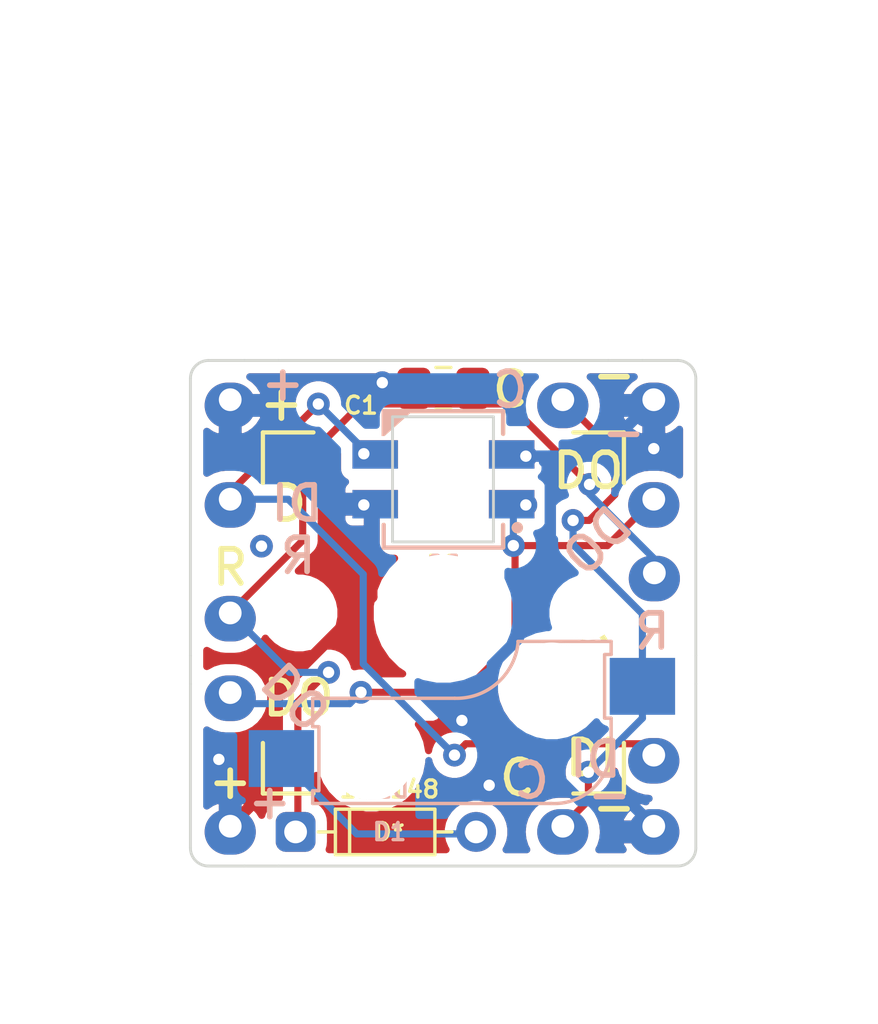
<source format=kicad_pcb>
(kicad_pcb (version 20171130) (host pcbnew 5.1.7-a382d34a8~87~ubuntu20.04.1)

  (general
    (thickness 1.6)
    (drawings 67)
    (tracks 95)
    (zones 0)
    (modules 16)
    (nets 8)
  )

  (page A4)
  (title_block
    (title "Altana Key")
    (date 2020-09-29)
    (rev 0.1)
  )

  (layers
    (0 F.Cu signal)
    (31 B.Cu signal)
    (32 B.Adhes user)
    (33 F.Adhes user)
    (34 B.Paste user)
    (35 F.Paste user)
    (36 B.SilkS user)
    (37 F.SilkS user)
    (38 B.Mask user)
    (39 F.Mask user)
    (40 Dwgs.User user)
    (41 Cmts.User user)
    (42 Eco1.User user)
    (43 Eco2.User user)
    (44 Edge.Cuts user)
    (45 Margin user)
    (46 B.CrtYd user)
    (47 F.CrtYd user)
    (48 B.Fab user)
    (49 F.Fab user)
  )

  (setup
    (last_trace_width 0.25)
    (trace_clearance 0.2)
    (zone_clearance 0.4)
    (zone_45_only no)
    (trace_min 0.2)
    (via_size 0.8)
    (via_drill 0.4)
    (via_min_size 0.4)
    (via_min_drill 0.3)
    (uvia_size 0.3)
    (uvia_drill 0.1)
    (uvias_allowed no)
    (uvia_min_size 0.2)
    (uvia_min_drill 0.1)
    (edge_width 0.15)
    (segment_width 0.2)
    (pcb_text_width 0.3)
    (pcb_text_size 1.5 1.5)
    (mod_edge_width 0.15)
    (mod_text_size 1 1)
    (mod_text_width 0.15)
    (pad_size 1.8 1.8)
    (pad_drill 0.8)
    (pad_to_mask_clearance 0.051)
    (solder_mask_min_width 0.25)
    (aux_axis_origin 149.362 137.357)
    (grid_origin 149.362 137.357)
    (visible_elements FFFDF77F)
    (pcbplotparams
      (layerselection 0x010f0_ffffffff)
      (usegerberextensions true)
      (usegerberattributes false)
      (usegerberadvancedattributes false)
      (creategerberjobfile false)
      (excludeedgelayer true)
      (linewidth 0.265000)
      (plotframeref false)
      (viasonmask false)
      (mode 1)
      (useauxorigin false)
      (hpglpennumber 1)
      (hpglpenspeed 20)
      (hpglpendiameter 15.000000)
      (psnegative false)
      (psa4output false)
      (plotreference true)
      (plotvalue true)
      (plotinvisibletext false)
      (padsonsilk false)
      (subtractmaskfromsilk false)
      (outputformat 1)
      (mirror false)
      (drillshape 0)
      (scaleselection 1)
      (outputdirectory "garbar/"))
  )

  (net 0 "")
  (net 1 "Net-(D1-Pad2)")
  (net 2 GND)
  (net 3 VCC)
  (net 4 /key/COL_N)
  (net 5 /key/ROW_N)
  (net 6 /key/LED_DI)
  (net 7 /key/LED_DO)

  (net_class Default "これはデフォルトのネット クラスです。"
    (clearance 0.2)
    (trace_width 0.25)
    (via_dia 0.8)
    (via_drill 0.4)
    (uvia_dia 0.3)
    (uvia_drill 0.1)
    (add_net /key/COL_N)
    (add_net /key/LED_DI)
    (add_net /key/LED_DO)
    (add_net /key/ROW_N)
    (add_net "Net-(D1-Pad2)")
  )

  (net_class PWR ""
    (clearance 0.2)
    (trace_width 0.4)
    (via_dia 0.8)
    (via_drill 0.4)
    (uvia_dia 0.3)
    (uvia_drill 0.1)
    (add_net GND)
    (add_net VCC)
  )

  (module Capacitor_SMD:C_0805_2012Metric_Pad1.18x1.45mm_HandSolder (layer F.Cu) (tedit 5F68FEEF) (tstamp 5F73A765)
    (at 158.262 120.557)
    (descr "Capacitor SMD 0805 (2012 Metric), square (rectangular) end terminal, IPC_7351 nominal with elongated pad for handsoldering. (Body size source: IPC-SM-782 page 76, https://www.pcb-3d.com/wordpress/wp-content/uploads/ipc-sm-782a_amendment_1_and_2.pdf, https://docs.google.com/spreadsheets/d/1BsfQQcO9C6DZCsRaXUlFlo91Tg2WpOkGARC1WS5S8t0/edit?usp=sharing), generated with kicad-footprint-generator")
    (tags "capacitor handsolder")
    (path /5F6CE726/5F734A9A)
    (attr smd)
    (fp_text reference C1 (at -2.9 0.6) (layer F.SilkS)
      (effects (font (size 0.6 0.6) (thickness 0.12)))
    )
    (fp_text value C_Small (at 0 1.68) (layer F.Fab)
      (effects (font (size 1 1) (thickness 0.15)))
    )
    (fp_line (start 1.88 0.98) (end -1.88 0.98) (layer F.CrtYd) (width 0.05))
    (fp_line (start 1.88 -0.98) (end 1.88 0.98) (layer F.CrtYd) (width 0.05))
    (fp_line (start -1.88 -0.98) (end 1.88 -0.98) (layer F.CrtYd) (width 0.05))
    (fp_line (start -1.88 0.98) (end -1.88 -0.98) (layer F.CrtYd) (width 0.05))
    (fp_line (start -0.261252 0.735) (end 0.261252 0.735) (layer F.SilkS) (width 0.12))
    (fp_line (start -0.261252 -0.735) (end 0.261252 -0.735) (layer F.SilkS) (width 0.12))
    (fp_line (start 1 0.625) (end -1 0.625) (layer F.Fab) (width 0.1))
    (fp_line (start 1 -0.625) (end 1 0.625) (layer F.Fab) (width 0.1))
    (fp_line (start -1 -0.625) (end 1 -0.625) (layer F.Fab) (width 0.1))
    (fp_line (start -1 0.625) (end -1 -0.625) (layer F.Fab) (width 0.1))
    (fp_text user %R (at 0 0) (layer F.Fab)
      (effects (font (size 0.5 0.5) (thickness 0.08)))
    )
    (pad 2 smd roundrect (at 1.0375 0) (size 1.175 1.45) (layers F.Cu F.Paste F.Mask) (roundrect_rratio 0.212766)
      (net 2 GND))
    (pad 1 smd roundrect (at -1.0375 0) (size 1.175 1.45) (layers F.Cu F.Paste F.Mask) (roundrect_rratio 0.212766)
      (net 3 VCC))
    (model ${KISYS3DMOD}/Capacitor_SMD.3dshapes/C_0805_2012Metric.wrl
      (at (xyz 0 0 0))
      (scale (xyz 1 1 1))
      (rotate (xyz 0 0 0))
    )
  )

  (module Altana:Switch_MX_Hotswap (layer F.Cu) (tedit 5F73357E) (tstamp 5F726E67)
    (at 158.262 128.457 180)
    (descr "Switch MX with Hotswap")
    (path /5F6CE726/5F727337)
    (fp_text reference SW1 (at 0 3.9) (layer F.SilkS) hide
      (effects (font (size 0.6 0.6) (thickness 0.12)))
    )
    (fp_text value SW_Push (at 0.05 2.8) (layer F.Fab) hide
      (effects (font (size 0.6 0.6) (thickness 0.12)))
    )
    (fp_line (start -6.35 6.35) (end -4.572 6.35) (layer F.SilkS) (width 0.15))
    (fp_line (start -6.35 4.572) (end -6.35 6.35) (layer F.SilkS) (width 0.15))
    (fp_line (start 6.35 6.35) (end 6.35 4.572) (layer F.SilkS) (width 0.15))
    (fp_line (start 4.572 6.35) (end 6.35 6.35) (layer F.SilkS) (width 0.15))
    (fp_line (start 6.35 -6.35) (end 6.35 -4.572) (layer F.SilkS) (width 0.15))
    (fp_line (start 4.572 -6.35) (end 6.35 -6.35) (layer F.SilkS) (width 0.15))
    (fp_line (start -6.35 -6.35) (end -4.572 -6.35) (layer F.SilkS) (width 0.15))
    (fp_line (start -6.35 -4.572) (end -6.35 -6.35) (layer F.SilkS) (width 0.15))
    (fp_line (start 4.6 -6.25) (end 4.600001 -6.7) (layer B.SilkS) (width 0.12))
    (fp_line (start 4.600001 -6.7) (end -3.8 -6.7) (layer B.SilkS) (width 0.12))
    (fp_line (start -0.4 -3) (end 4.6 -3) (layer B.SilkS) (width 0.12))
    (fp_line (start -5.9 -1) (end -2.62 -1) (layer B.SilkS) (width 0.12))
    (fp_line (start -5.9 -4.7) (end -5.9 -3.7) (layer B.SilkS) (width 0.12))
    (fp_line (start -5.9 -1) (end -5.9 -1.46) (layer B.SilkS) (width 0.12))
    (fp_line (start -5.7 -1.46) (end -5.9 -1.46) (layer B.SilkS) (width 0.12))
    (fp_line (start -5.67 -3.7) (end -5.67 -1.46) (layer B.SilkS) (width 0.12))
    (fp_line (start -5.9 -3.7) (end -5.7 -3.7) (layer B.SilkS) (width 0.12))
    (fp_line (start 4.4 -6.25) (end 4.6 -6.25) (layer B.SilkS) (width 0.12))
    (fp_line (start 4.38 -4) (end 4.38 -6.25) (layer B.SilkS) (width 0.12))
    (fp_line (start 4.6 -4) (end 4.4 -4) (layer B.SilkS) (width 0.12))
    (fp_line (start 4.6 -3) (end 4.6 -4) (layer B.SilkS) (width 0.12))
    (fp_line (start -8.9 -8.9) (end 8.9 -8.9) (layer F.CrtYd) (width 0.05))
    (fp_line (start 8.9 -8.9) (end 8.9 8.9) (layer F.CrtYd) (width 0.05))
    (fp_line (start 8.9 8.9) (end -8.9 8.9) (layer F.CrtYd) (width 0.05))
    (fp_line (start -8.9 8.9) (end -8.9 -8.9) (layer F.CrtYd) (width 0.05))
    (fp_line (start -6.35 -6.35) (end 6.35 -6.35) (layer Dwgs.User) (width 0.12))
    (fp_line (start 6.35 -6.35) (end 6.35 6.35) (layer Dwgs.User) (width 0.12))
    (fp_line (start 6.35 6.35) (end -6.35 6.35) (layer Dwgs.User) (width 0.12))
    (fp_line (start -6.35 6.35) (end -6.35 -6.35) (layer Dwgs.User) (width 0.12))
    (fp_line (start -6 -6) (end -6 5.9) (layer F.Fab) (width 0.12))
    (fp_line (start -6 5.9) (end 5.8 5.9) (layer F.Fab) (width 0.12))
    (fp_line (start 5.8 5.9) (end 5.8 -6) (layer F.Fab) (width 0.12))
    (fp_line (start 5.8 -6) (end -6 -6) (layer F.Fab) (width 0.12))
    (fp_line (start 4.4 -6.4) (end 4.4 -3) (layer B.Fab) (width 0.12))
    (fp_line (start 4.4 -3) (end -0.5 -3) (layer B.Fab) (width 0.12))
    (fp_line (start -2.5 -1) (end -5.7 -1) (layer B.Fab) (width 0.12))
    (fp_line (start -5.7 -1) (end -5.7 -6.4) (layer B.Fab) (width 0.12))
    (fp_line (start -5.7 -6.4) (end 4.4 -6.4) (layer B.Fab) (width 0.12))
    (fp_arc (start -0.5 -1) (end -0.5 -3) (angle -90) (layer B.Fab) (width 0.12))
    (fp_arc (start -0.465 -0.83) (end -0.4 -3) (angle -87.20520824) (layer B.SilkS) (width 0.12))
    (fp_arc (start -3.899999 -4.7) (end -3.8 -6.7) (angle -92.86237665) (layer B.SilkS) (width 0.12))
    (pad 2 smd rect (at 5.7 -5.12) (size 2.3 2) (layers B.Cu B.Paste B.Mask)
      (net 1 "Net-(D1-Pad2)"))
    (pad "" np_thru_hole circle (at -5.08 0 180) (size 1.9 1.9) (drill 1.9) (layers *.Cu *.Mask))
    (pad "" np_thru_hole circle (at 5.08 0 180) (size 1.9 1.9) (drill 1.9) (layers *.Cu *.Mask))
    (pad "" np_thru_hole circle (at 0 0 270) (size 4.1 4.1) (drill 4.1) (layers *.Cu *.Mask))
    (pad "" np_thru_hole circle (at 2.54 -5.08) (size 3 3) (drill 3) (layers *.Cu *.Mask))
    (pad "" np_thru_hole circle (at -3.81 -2.54) (size 3 3) (drill 3) (layers *.Cu *.Mask))
    (pad 1 smd rect (at -7 -2.58) (size 2.3 2) (layers B.Cu B.Paste B.Mask)
      (net 4 /key/COL_N))
    (model ${KIPRJMOD}/lib/board.pretty/3dModels/CherryMX_RGB.step
      (at (xyz 0 0 0))
      (scale (xyz 1 1 1))
      (rotate (xyz 0 0 0))
    )
    (model ${KIPRJMOD}/lib/board.pretty/3dModels/KeyCap.step
      (at (xyz 0 0 0))
      (scale (xyz 1 1 1))
      (rotate (xyz 0 0 0))
    )
    (model ${KIPRJMOD}/lib/board.pretty/3dModels/Kailh_Hotswap_MX_v22.step
      (at (xyz 0 0 0))
      (scale (xyz 1 1 1))
      (rotate (xyz 0 0 0))
    )
  )

  (module Altana:diode (layer F.Cu) (tedit 5F7334F3) (tstamp 5F717B1B)
    (at 153.062 136.157)
    (path /5F6CE726/5F6D17DD)
    (fp_text reference D1 (at 3.302 0) (layer B.SilkS)
      (effects (font (size 0.6 0.6) (thickness 0.12)))
    )
    (fp_text value 1N4148 (at 3.3 -1.5) (layer F.SilkS)
      (effects (font (size 0.6 0.6) (thickness 0.12)))
    )
    (fp_line (start 1.4 0.8) (end 1.4 -0.8) (layer F.SilkS) (width 0.12))
    (fp_line (start 4.9 0.8) (end 1.4 0.8) (layer F.SilkS) (width 0.12))
    (fp_line (start 4.9 -0.8) (end 4.9 0.8) (layer F.SilkS) (width 0.12))
    (fp_line (start 1.4 -0.8) (end 4.9 -0.8) (layer F.SilkS) (width 0.12))
    (fp_line (start 1.9 -0.8) (end 1.9 0.8) (layer F.SilkS) (width 0.12))
    (fp_line (start 1.4 0) (end 0.8 0) (layer F.SilkS) (width 0.12))
    (fp_line (start 4.9 0) (end 5.5 0) (layer F.SilkS) (width 0.12))
    (fp_line (start 1.3992 0) (end 0.8 0) (layer F.Fab) (width 0.12))
    (fp_line (start 4.8992 0) (end 5.5 0) (layer F.Fab) (width 0.12))
    (fp_line (start 1.89984 -0.8) (end 1.89984 0.8) (layer F.Fab) (width 0.12))
    (fp_line (start 4.8992 -0.8) (end 1.3992 -0.8) (layer F.Fab) (width 0.12))
    (fp_line (start 1.3992 -0.8) (end 1.3992 0.8) (layer F.Fab) (width 0.12))
    (fp_line (start 1.3992 0.8) (end 4.8992 0.8) (layer F.Fab) (width 0.12))
    (fp_line (start 4.8992 0.8) (end 4.8992 -0.8) (layer F.Fab) (width 0.12))
    (fp_line (start -0.8 -1) (end -0.8 1) (layer F.CrtYd) (width 0.05))
    (fp_line (start -0.8 1) (end 7.2 1) (layer F.CrtYd) (width 0.05))
    (fp_line (start 7.2 1) (end 7.2 -1) (layer F.CrtYd) (width 0.05))
    (fp_line (start 7.2 -1) (end -0.8 -1) (layer F.CrtYd) (width 0.05))
    (fp_text user D* (at 3.302 0) (layer F.SilkS)
      (effects (font (size 0.6 0.6) (thickness 0.12)))
    )
    (fp_text user %R (at 3.4 -1.5) (layer B.SilkS)
      (effects (font (size 0.6 0.6) (thickness 0.12)) (justify mirror))
    )
    (pad 1 thru_hole roundrect (at 0 0) (size 1.4 1.4) (drill 0.8) (layers *.Cu *.Mask) (roundrect_rratio 0.25)
      (net 5 /key/ROW_N))
    (pad 2 thru_hole circle (at 6.35 0) (size 1.4 1.4) (drill 0.8) (layers *.Cu *.Mask)
      (net 1 "Net-(D1-Pad2)"))
    (model ${KIPRJMOD}/lib/board.pretty/3dModels/diode.step
      (at (xyz 0 0 0))
      (scale (xyz 1 1 1))
      (rotate (xyz 0 0 0))
    )
  )

  (module Altana:SK6812MINI (layer F.Cu) (tedit 5F72800F) (tstamp 5F726D89)
    (at 158.262 123.757 180)
    (path /5F6CE726/5F732BC5)
    (attr smd)
    (fp_text reference D2 (at 0 -3) (layer F.SilkS)
      (effects (font (size 0.6 0.6) (thickness 0.12)))
    )
    (fp_text value SK6812MINI (at 0 0) (layer F.Fab) hide
      (effects (font (size 0.6 0.6) (thickness 0.12)))
    )
    (fp_poly (pts (xy 2.1 2.4) (xy 1.2 2.4) (xy 2.1 1.6)) (layer B.SilkS) (width 0.15))
    (fp_poly (pts (xy 2.1 2.4) (xy 1.2 2.4) (xy 2.1 1.6)) (layer F.SilkS) (width 0.15))
    (fp_line (start 3.3 -2.4) (end -3.3 -2.4) (layer F.CrtYd) (width 0.05))
    (fp_line (start 3.3 2.4) (end 3.3 -2.4) (layer F.CrtYd) (width 0.05))
    (fp_line (start -3.3 2.4) (end 3.3 2.4) (layer F.CrtYd) (width 0.05))
    (fp_line (start -3.3 -2.4) (end -3.3 2.4) (layer F.CrtYd) (width 0.05))
    (fp_line (start -1.3 1.9) (end -1.3 -1.2) (layer F.Fab) (width 0.12))
    (fp_line (start 1.3 1.9) (end -1.3 1.9) (layer F.Fab) (width 0.12))
    (fp_line (start 1.3 -1.9) (end 1.3 1.9) (layer F.Fab) (width 0.12))
    (fp_line (start -0.6 -1.9) (end 1.3 -1.9) (layer F.Fab) (width 0.12))
    (fp_line (start -1.3 -1.2) (end -0.6 -1.9) (layer F.Fab) (width 0.12))
    (fp_circle (center -2.6 -1.7) (end -2.5 -1.7) (layer F.SilkS) (width 0.2))
    (fp_line (start 2.1 2.4) (end -2.1 2.4) (layer B.SilkS) (width 0.15))
    (fp_line (start 2.1 2.4) (end 2.1 1.6) (layer B.SilkS) (width 0.15))
    (fp_line (start -2.1 2.4) (end -2.1 1.6) (layer B.SilkS) (width 0.15))
    (fp_line (start 2.1 2.4) (end 2.1 1.6) (layer F.SilkS) (width 0.15))
    (fp_line (start -2.1 2.4) (end -2.1 1.6) (layer F.SilkS) (width 0.15))
    (fp_line (start 2.1 2.4) (end -2.1 2.4) (layer F.SilkS) (width 0.15))
    (fp_line (start -2.1 -2.4) (end 2.1 -2.4) (layer F.SilkS) (width 0.15))
    (fp_line (start 2.1 -2.4) (end 2.1 -1.6) (layer F.SilkS) (width 0.15))
    (fp_line (start -2.1 -2.4) (end -2.1 -1.6) (layer F.SilkS) (width 0.15))
    (fp_line (start -2.1 -2.4) (end -2.1 -1.6) (layer B.SilkS) (width 0.15))
    (fp_line (start 2.1 -2.4) (end 2.1 -1.6) (layer B.SilkS) (width 0.15))
    (fp_line (start -2.1 -2.4) (end 2.1 -2.4) (layer B.SilkS) (width 0.15))
    (fp_circle (center -2.6 -1.7) (end -2.5 -1.7) (layer B.SilkS) (width 0.2))
    (fp_text user %R (at 0 -3) (layer B.SilkS)
      (effects (font (size 0.6 0.6) (thickness 0.12)) (justify mirror))
    )
    (pad 4 smd rect (at 2.4 -0.875 180) (size 1.6 1) (layers F.Cu F.Paste F.Mask)
      (net 3 VCC))
    (pad 3 smd rect (at 2.4 0.875 180) (size 1.6 1) (layers F.Cu F.Paste F.Mask)
      (net 6 /key/LED_DI))
    (pad 2 smd rect (at -2.4 0.875 180) (size 1.6 1) (layers F.Cu F.Paste F.Mask)
      (net 2 GND))
    (pad 1 smd rect (at -2.4 -0.875 180) (size 1.6 1) (layers F.Cu F.Paste F.Mask)
      (net 7 /key/LED_DO))
    (pad 1 smd rect (at -2.4 -0.875 180) (size 1.6 1) (layers B.Cu B.Paste B.Mask)
      (net 7 /key/LED_DO))
    (pad 2 smd rect (at -2.4 0.875 180) (size 1.6 1) (layers B.Cu B.Paste B.Mask)
      (net 2 GND))
    (pad 4 smd rect (at 2.4 -0.875 180) (size 1.6 1) (layers B.Cu B.Paste B.Mask)
      (net 3 VCC))
    (pad 3 smd rect (at 2.4 0.875 180) (size 1.6 1) (layers B.Cu B.Paste B.Mask)
      (net 6 /key/LED_DI))
    (model ${KIPRJMOD}/lib/board.pretty/3dModels/SK6812MINI.step
      (offset (xyz 0 0 -1.7))
      (scale (xyz 1 1 1))
      (rotate (xyz 0 0 90))
    )
  )

  (module Altana:wirepad (layer F.Cu) (tedit 5F727EDC) (tstamp 5F70FF6C)
    (at 165.662 124.457)
    (descr "Stylish wirepad")
    (path /5F6CE726/5F7127F3)
    (attr virtual)
    (fp_text reference J12 (at 0 -1.2) (layer F.SilkS) hide
      (effects (font (size 0.6 0.6) (thickness 0.12)))
    )
    (fp_text value DO (at 0 1.5) (layer F.Fab) hide
      (effects (font (size 0.6 0.6) (thickness 0.12)))
    )
    (pad 1 thru_hole oval (at 0 0) (size 1.8 1.6) (drill 0.8 (offset 0 0.2)) (layers *.Cu *.Mask)
      (net 7 /key/LED_DO))
  )

  (module Altana:wirepad (layer F.Cu) (tedit 5F727EDC) (tstamp 5F70FF63)
    (at 165.662 133.457)
    (descr "Stylish wirepad")
    (path /5F6CE726/5F7127DF)
    (attr virtual)
    (fp_text reference J11 (at 0 -1.2) (layer F.SilkS) hide
      (effects (font (size 0.6 0.6) (thickness 0.12)))
    )
    (fp_text value DI (at 0 1.5) (layer F.Fab) hide
      (effects (font (size 0.6 0.6) (thickness 0.12)))
    )
    (pad 1 thru_hole oval (at 0 0) (size 1.8 1.6) (drill 0.8 (offset 0 0.2)) (layers *.Cu *.Mask)
      (net 6 /key/LED_DI))
  )

  (module Altana:wirepad (layer F.Cu) (tedit 5F727EDC) (tstamp 5F70FF5A)
    (at 165.682 127.047)
    (descr "Stylish wirepad")
    (path /5F6CE726/5F7127CB)
    (attr virtual)
    (fp_text reference J10 (at 0 -1.2) (layer F.SilkS) hide
      (effects (font (size 0.6 0.6) (thickness 0.12)))
    )
    (fp_text value R (at 0 1.5) (layer F.Fab) hide
      (effects (font (size 0.6 0.6) (thickness 0.12)))
    )
    (pad 1 thru_hole oval (at 0 0) (size 1.8 1.6) (drill 0.8 (offset 0 0.2)) (layers *.Cu *.Mask)
      (net 5 /key/ROW_N))
  )

  (module Altana:wirepad (layer F.Cu) (tedit 5F727EDC) (tstamp 5F70FF51)
    (at 162.462 120.957)
    (descr "Stylish wirepad")
    (path /5F6CE726/5F7112F2)
    (attr virtual)
    (fp_text reference J9 (at 0 -1.2) (layer F.SilkS) hide
      (effects (font (size 0.6 0.6) (thickness 0.12)))
    )
    (fp_text value C (at 0 1.5) (layer F.Fab) hide
      (effects (font (size 0.6 0.6) (thickness 0.12)))
    )
    (pad 1 thru_hole oval (at 0 0) (size 1.8 1.6) (drill 0.8 (offset 0 0.2)) (layers *.Cu *.Mask)
      (net 4 /key/COL_N))
  )

  (module Altana:wirepad (layer F.Cu) (tedit 5F727EDC) (tstamp 5F70FF48)
    (at 165.662 135.957)
    (descr "Stylish wirepad")
    (path /5F6CE726/5F7112DE)
    (attr virtual)
    (fp_text reference J8 (at 0 -1.2) (layer F.SilkS) hide
      (effects (font (size 0.6 0.6) (thickness 0.12)))
    )
    (fp_text value "(-)" (at 0 1.5) (layer F.Fab) hide
      (effects (font (size 0.6 0.6) (thickness 0.12)))
    )
    (pad 1 thru_hole oval (at 0 0) (size 1.8 1.6) (drill 0.8 (offset 0 0.2)) (layers *.Cu *.Mask)
      (net 2 GND))
  )

  (module Altana:wirepad (layer F.Cu) (tedit 5F727EDC) (tstamp 5F70FF3F)
    (at 150.762 135.957)
    (descr "Stylish wirepad")
    (path /5F6CE726/5F70FDB4)
    (attr virtual)
    (fp_text reference J7 (at 0 -1.2) (layer F.SilkS) hide
      (effects (font (size 0.6 0.6) (thickness 0.12)))
    )
    (fp_text value "(+)" (at 0 1.5) (layer F.Fab) hide
      (effects (font (size 0.6 0.6) (thickness 0.12)))
    )
    (pad 1 thru_hole oval (at 0 0) (size 1.8 1.6) (drill 0.8 (offset 0 0.2)) (layers *.Cu *.Mask)
      (net 3 VCC))
  )

  (module Altana:wirepad (layer F.Cu) (tedit 5F727EDC) (tstamp 5F70FF36)
    (at 150.762 131.257)
    (descr "Stylish wirepad")
    (path /5F6CE726/5F7127E9)
    (attr virtual)
    (fp_text reference J6 (at 0 -1.2) (layer F.SilkS) hide
      (effects (font (size 0.6 0.6) (thickness 0.12)))
    )
    (fp_text value DO (at 0 1.5) (layer F.Fab) hide
      (effects (font (size 0.6 0.6) (thickness 0.12)))
    )
    (pad 1 thru_hole oval (at 0 0) (size 1.8 1.6) (drill 0.8 (offset 0 0.2)) (layers *.Cu *.Mask)
      (net 7 /key/LED_DO))
  )

  (module Altana:wirepad (layer F.Cu) (tedit 5F727EDC) (tstamp 5F70FF2D)
    (at 150.762 124.457)
    (descr "Stylish wirepad")
    (path /5F6CE726/5F7127D5)
    (attr virtual)
    (fp_text reference J5 (at 0 -1.2) (layer F.SilkS) hide
      (effects (font (size 0.6 0.6) (thickness 0.12)))
    )
    (fp_text value DI (at 0 1.5) (layer F.Fab) hide
      (effects (font (size 0.6 0.6) (thickness 0.12)))
    )
    (pad 1 thru_hole oval (at 0 0) (size 1.8 1.6) (drill 0.8 (offset 0 0.2)) (layers *.Cu *.Mask)
      (net 6 /key/LED_DI))
  )

  (module Altana:wirepad (layer F.Cu) (tedit 5F727EDC) (tstamp 5F70FF24)
    (at 150.762 128.457)
    (descr "Stylish wirepad")
    (path /5F6CE726/5F7127C1)
    (attr virtual)
    (fp_text reference J4 (at 0 -1.2) (layer F.SilkS) hide
      (effects (font (size 0.6 0.6) (thickness 0.12)))
    )
    (fp_text value R (at 0 1.5) (layer F.Fab) hide
      (effects (font (size 0.6 0.6) (thickness 0.12)))
    )
    (pad 1 thru_hole oval (at 0 0) (size 1.8 1.6) (drill 0.8 (offset 0 0.2)) (layers *.Cu *.Mask)
      (net 5 /key/ROW_N))
  )

  (module Altana:wirepad (layer F.Cu) (tedit 5F727EDC) (tstamp 5F70FF1B)
    (at 162.462 135.957)
    (descr "Stylish wirepad")
    (path /5F6CE726/5F7112E8)
    (attr virtual)
    (fp_text reference J3 (at 0 -1.2) (layer F.SilkS) hide
      (effects (font (size 0.6 0.6) (thickness 0.12)))
    )
    (fp_text value C (at 0 1.5) (layer F.Fab) hide
      (effects (font (size 0.6 0.6) (thickness 0.12)))
    )
    (pad 1 thru_hole oval (at 0 0) (size 1.8 1.6) (drill 0.8 (offset 0 0.2)) (layers *.Cu *.Mask)
      (net 4 /key/COL_N))
  )

  (module Altana:wirepad (layer F.Cu) (tedit 5F727EDC) (tstamp 5F70FF12)
    (at 165.662 120.957)
    (descr "Stylish wirepad")
    (path /5F6CE726/5F710812)
    (attr virtual)
    (fp_text reference J2 (at 0 -1.2) (layer F.SilkS) hide
      (effects (font (size 0.6 0.6) (thickness 0.12)))
    )
    (fp_text value "(-)" (at 0 1.5) (layer F.Fab) hide
      (effects (font (size 0.6 0.6) (thickness 0.12)))
    )
    (pad 1 thru_hole oval (at 0 0) (size 1.8 1.6) (drill 0.8 (offset 0 0.2)) (layers *.Cu *.Mask)
      (net 2 GND))
  )

  (module Altana:wirepad (layer F.Cu) (tedit 5F727EDC) (tstamp 5F70FF09)
    (at 150.762 120.957)
    (descr "Stylish wirepad")
    (path /5F6CE726/5F7104B2)
    (attr virtual)
    (fp_text reference J1 (at 0 -1.2) (layer F.SilkS) hide
      (effects (font (size 0.6 0.6) (thickness 0.12)))
    )
    (fp_text value "(+)" (at 0 1.5) (layer F.Fab) hide
      (effects (font (size 0.6 0.6) (thickness 0.12)))
    )
    (pad 1 thru_hole oval (at 0 0) (size 1.8 1.6) (drill 0.8 (offset 0 0.2)) (layers *.Cu *.Mask)
      (net 3 VCC))
  )

  (gr_line (start 152.462 118.377) (end 152.462 119.577) (layer Cmts.User) (width 0.1) (tstamp 5F73A42D))
  (gr_line (start 151.262 118.377) (end 151.262 119.577) (layer Cmts.User) (width 0.1) (tstamp 5F73A42E))
  (gr_line (start 164.062 119.576999) (end 164.062 118.377) (layer Cmts.User) (width 0.1) (tstamp 5F73A403))
  (gr_line (start 165.262 119.576999) (end 165.262 118.377) (layer Cmts.User) (width 0.1) (tstamp 5F73A47C))
  (gr_text "Connect\nVCC\nHere" (at 151.832 116.357) (layer Cmts.User) (tstamp 5F73A55B)
    (effects (font (size 0.6 0.6) (thickness 0.12)))
  )
  (gr_text "Connect\nROW[N+1]\nHere" (at 171.112 130.357) (layer Cmts.User) (tstamp 5F73A53D)
    (effects (font (size 0.6 0.6) (thickness 0.12)))
  )
  (gr_text "Connect\nGND and \nCOL[N-1]\nHere" (at 164.612 115.847) (layer Cmts.User) (tstamp 5F73A574)
    (effects (font (size 0.6 0.6) (thickness 0.12)))
  )
  (gr_text "Connect\nROW[N-1]\nHere" (at 145.112 130.357) (layer Cmts.User) (tstamp 5F73A53D)
    (effects (font (size 0.6 0.6) (thickness 0.12)))
  )
  (gr_text "Connect\nGND and \nCOL[N+1]\nHere" (at 164.612 140.927) (layer Cmts.User) (tstamp 5F73A53D)
    (effects (font (size 0.6 0.6) (thickness 0.12)))
  )
  (gr_text "Connect\nVCC\nHere" (at 151.862 140.417) (layer Cmts.User)
    (effects (font (size 0.6 0.6) (thickness 0.12)))
  )
  (gr_line (start 167.142 129.957) (end 167.142 130.957) (layer Edge.Cuts) (width 0.1) (tstamp 5F73A4EF))
  (gr_line (start 149.362 129.957) (end 149.362 130.957) (layer Edge.Cuts) (width 0.1) (tstamp 5F73A4CE))
  (gr_line (start 167.142 130.957) (end 168.342 130.957) (layer Dwgs.User) (width 0.1) (tstamp 5F73A49F))
  (gr_line (start 167.142 129.957) (end 168.342 129.957) (layer Dwgs.User) (width 0.1) (tstamp 5F73A49E))
  (gr_line (start 148.162 130.957) (end 149.362 130.957) (layer Cmts.User) (width 0.1) (tstamp 5F73A49F))
  (gr_line (start 148.162 129.957) (end 149.362 129.957) (layer Cmts.User) (width 0.1) (tstamp 5F73A49E))
  (gr_line (start 149.362 130.957) (end 149.362 136.722) (layer Edge.Cuts) (width 0.1) (tstamp 5F73A498))
  (gr_line (start 167.142 130.957) (end 167.142 136.722) (layer Edge.Cuts) (width 0.1) (tstamp 5F73A48F))
  (gr_text "Connected panels can be created by \nremoving the edge on the conrners \nthat have this bridge path" (at 158.362 109.357) (layer Cmts.User)
    (effects (font (size 1 1) (thickness 0.15)))
  )
  (gr_line (start 152.462 119.577) (end 164.062 119.576999) (layer Edge.Cuts) (width 0.1) (tstamp 5F73A407))
  (gr_line (start 149.997 119.577) (end 151.262 119.577) (layer Edge.Cuts) (width 0.1) (tstamp 5F73A405))
  (gr_line (start 165.262 119.576999) (end 164.062 119.576999) (layer Edge.Cuts) (width 0.1) (tstamp 5F73A404))
  (gr_line (start 165.262 119.576999) (end 166.507 119.577) (layer Edge.Cuts) (width 0.1) (tstamp 5F73A402))
  (gr_line (start 152.462 119.577) (end 151.262 119.577) (layer Edge.Cuts) (width 0.1) (tstamp 5F73A401))
  (gr_line (start 164.062 137.357) (end 165.262 137.357) (layer Edge.Cuts) (width 0.1) (tstamp 5F73A3F3))
  (gr_line (start 151.262 137.357) (end 152.462 137.357) (layer Edge.Cuts) (width 0.1) (tstamp 5F73A3E9))
  (gr_line (start 151.262 137.357) (end 151.262 138.557) (layer Dwgs.User) (width 0.1) (tstamp 5F73A3E2))
  (gr_line (start 152.462 137.357) (end 152.462 138.557) (layer Dwgs.User) (width 0.1) (tstamp 5F73A3E1))
  (gr_line (start 165.262 137.357) (end 165.262 138.557) (layer Dwgs.User) (width 0.1))
  (gr_line (start 164.062 137.357) (end 164.062 138.557) (layer Dwgs.User) (width 0.1))
  (gr_line (start 164.062 137.357) (end 152.462 137.357) (layer Edge.Cuts) (width 0.1) (tstamp 5F73A3A1))
  (gr_line (start 166.507 137.357) (end 165.262 137.357) (layer Edge.Cuts) (width 0.1) (tstamp 5F73A3A1))
  (gr_line (start 160.022 121.557) (end 156.472 121.557) (layer Edge.Cuts) (width 0.1) (tstamp 5F717E26))
  (gr_line (start 160.022 125.957) (end 160.022 121.557) (layer Edge.Cuts) (width 0.1) (tstamp 5F717E29))
  (gr_line (start 156.472 125.957) (end 160.022 125.957) (layer Edge.Cuts) (width 0.1) (tstamp 5F717E23))
  (gr_line (start 156.472 121.557) (end 156.472 125.957) (layer Edge.Cuts) (width 0.1) (tstamp 5F717E2C))
  (gr_arc (start 166.507 136.722) (end 166.507 137.357) (angle -90) (layer Edge.Cuts) (width 0.1) (tstamp 5F710082))
  (gr_arc (start 149.997 136.722) (end 149.362 136.722) (angle -90) (layer Edge.Cuts) (width 0.1) (tstamp 5F710080))
  (gr_arc (start 149.997 120.212) (end 149.997 119.577) (angle -90) (layer Edge.Cuts) (width 0.1) (tstamp 5F71007F))
  (gr_arc (start 166.507 120.212) (end 167.142 120.212) (angle -90) (layer Edge.Cuts) (width 0.1) (tstamp 5F71007E))
  (gr_line (start 167.142 120.212) (end 167.142 129.957) (layer Edge.Cuts) (width 0.1) (tstamp 5F71007D))
  (gr_line (start 149.362 129.957) (end 149.362 120.212) (layer Edge.Cuts) (width 0.1) (tstamp 5F71007C))
  (gr_line (start 151.262 137.357) (end 149.997 137.357) (layer Edge.Cuts) (width 0.1) (tstamp 5F71007B))
  (gr_text DO (at 153.112 131.357 135) (layer B.SilkS) (tstamp 5C5B6AE3)
    (effects (font (size 1.2 1.2) (thickness 0.2)) (justify mirror))
  )
  (gr_text C (at 160.612 120.597) (layer F.SilkS) (tstamp 5C5B5358)
    (effects (font (size 1.2 1.2) (thickness 0.2)))
  )
  (gr_text + (at 150.762 134.357) (layer F.SilkS) (tstamp 5F6C86AC)
    (effects (font (size 1.2 1.2) (thickness 0.2)))
  )
  (gr_text DI (at 163.462 133.557) (layer F.SilkS) (tstamp 5C5B5373)
    (effects (font (size 1.2 1.2) (thickness 0.2)))
  )
  (gr_text - (at 164.262 120.057) (layer F.SilkS) (tstamp 5C5B5B99)
    (effects (font (size 1.2 1.2) (thickness 0.2)))
  )
  (gr_text + (at 152.562 121.057) (layer F.SilkS)
    (effects (font (size 1.2 1.2) (thickness 0.2)))
  )
  (gr_text C (at 161.362 134.357) (layer B.SilkS) (tstamp 5C5B6ADD)
    (effects (font (size 1.2 1.2) (thickness 0.2)) (justify mirror))
  )
  (gr_text DI (at 163.612 133.607) (layer B.SilkS) (tstamp 5C5B6AD9)
    (effects (font (size 1.2 1.2) (thickness 0.2)) (justify mirror))
  )
  (gr_text + (at 152.612 120.357) (layer B.SilkS) (tstamp 5C5B6ADE)
    (effects (font (size 1.2 1.2) (thickness 0.2)) (justify mirror))
  )
  (gr_text DI (at 153.112 124.607) (layer B.SilkS) (tstamp 5C5B6ADA)
    (effects (font (size 1.2 1.2) (thickness 0.2)) (justify mirror))
  )
  (gr_text R (at 150.762 126.857) (layer F.SilkS) (tstamp 5C5B5361)
    (effects (font (size 1.2 1.2) (thickness 0.2)))
  )
  (gr_text R (at 153.152 126.447) (layer B.SilkS) (tstamp 5C5B6ADF)
    (effects (font (size 1.2 1.2) (thickness 0.2)) (justify mirror))
  )
  (gr_text C (at 160.612 120.607) (layer B.SilkS) (tstamp 5C5B6AD8)
    (effects (font (size 1.2 1.2) (thickness 0.2)) (justify mirror))
  )
  (gr_text C (at 160.862 134.257) (layer F.SilkS) (tstamp 5C5B5361)
    (effects (font (size 1.2 1.2) (thickness 0.2)))
  )
  (gr_text DO (at 163.362 123.457) (layer F.SilkS) (tstamp 5C5B5B04)
    (effects (font (size 1.2 1.2) (thickness 0.2)))
  )
  (gr_text DI (at 153.112 124.607) (layer F.SilkS) (tstamp 5C5B5A4D)
    (effects (font (size 1.2 1.2) (thickness 0.2)))
  )
  (gr_text R (at 163.562 128.857) (layer F.SilkS) (tstamp 5C5B5373)
    (effects (font (size 1.2 1.2) (thickness 0.2)))
  )
  (gr_text DO (at 163.70299 125.930223 45) (layer B.SilkS) (tstamp 5C5B6ADC)
    (effects (font (size 1.2 1.2) (thickness 0.2)) (justify mirror))
  )
  (gr_text - (at 164.598 122.085) (layer B.SilkS) (tstamp 5C5B6ADB)
    (effects (font (size 1.2 1.2) (thickness 0.2)) (justify mirror))
  )
  (gr_text - (at 164.262 135.257) (layer F.SilkS) (tstamp 5C5B5B04)
    (effects (font (size 1.2 1.2) (thickness 0.2)))
  )
  (gr_text R (at 165.612 129.107) (layer B.SilkS) (tstamp 5C5B6AE0)
    (effects (font (size 1.2 1.2) (thickness 0.2)) (justify mirror))
  )
  (gr_text + (at 152.152 135.071) (layer B.SilkS) (tstamp 5C5B6AE2)
    (effects (font (size 1.2 1.2) (thickness 0.2)) (justify mirror))
  )
  (gr_text - (at 164.098 134.825) (layer B.SilkS) (tstamp 5C5B6AE1)
    (effects (font (size 1.2 1.2) (thickness 0.2)) (justify mirror))
  )
  (gr_text DO (at 153.162 131.457) (layer F.SilkS) (tstamp 5C5B5AA2)
    (effects (font (size 1.2 1.2) (thickness 0.2)))
  )

  (segment (start 155.212 136.227) (end 152.562 133.577) (width 0.25) (layer B.Cu) (net 1) (status 20))
  (segment (start 159.492 136.227) (end 155.212 136.227) (width 0.25) (layer B.Cu) (net 1) (status 10))
  (segment (start 163.677 122.942) (end 165.662 120.957) (width 0.4) (layer B.Cu) (net 2) (status 20))
  (segment (start 160.692 122.942) (end 160.977 122.942) (width 0.4) (layer B.Cu) (net 2) (status 10))
  (via (at 165.662 122.677) (size 0.8) (drill 0.4) (layers F.Cu B.Cu) (net 2))
  (segment (start 165.662 120.957) (end 165.662 122.677) (width 0.4) (layer B.Cu) (net 2) (status 10))
  (via (at 158.912 132.237) (size 0.8) (drill 0.4) (layers F.Cu B.Cu) (net 2))
  (via (at 159.872 134.517) (size 0.8) (drill 0.4) (layers F.Cu B.Cu) (net 2))
  (segment (start 160.977 122.942) (end 163.677 122.942) (width 0.4) (layer B.Cu) (net 2) (tstamp 5F730C48) (status 10))
  (via (at 161.162 122.942) (size 0.8) (drill 0.4) (layers F.Cu B.Cu) (net 2))
  (segment (start 164.762002 135.057002) (end 165.662 135.957) (width 0.4) (layer B.Cu) (net 2))
  (segment (start 160.892 127.607) (end 160.892 129.364998) (width 0.4) (layer B.Cu) (net 2))
  (segment (start 162.022 122.937) (end 162.022 126.477) (width 0.4) (layer B.Cu) (net 2))
  (segment (start 163.077998 135.057002) (end 164.762002 135.057002) (width 0.4) (layer B.Cu) (net 2))
  (segment (start 162.022 126.477) (end 160.892 127.607) (width 0.4) (layer B.Cu) (net 2))
  (segment (start 159.982 131.961004) (end 163.077998 135.057002) (width 0.4) (layer B.Cu) (net 2))
  (segment (start 159.982 130.274998) (end 159.982 131.961004) (width 0.4) (layer B.Cu) (net 2))
  (segment (start 160.892 129.364998) (end 159.982 130.274998) (width 0.4) (layer B.Cu) (net 2))
  (segment (start 152.362 134.357) (end 150.762 135.957) (width 0.4) (layer F.Cu) (net 3))
  (segment (start 152.362 131.275002) (end 152.362 134.357) (width 0.4) (layer F.Cu) (net 3))
  (segment (start 155.742 127.895002) (end 152.362 131.275002) (width 0.4) (layer F.Cu) (net 3))
  (segment (start 155.742 124.692) (end 155.742 127.895002) (width 0.4) (layer F.Cu) (net 3))
  (via (at 150.362 133.607) (size 0.8) (drill 0.4) (layers F.Cu B.Cu) (net 3))
  (segment (start 150.762 134.007) (end 150.362 133.607) (width 0.4) (layer F.Cu) (net 3))
  (segment (start 150.762 135.957) (end 150.762 134.007) (width 0.4) (layer F.Cu) (net 3))
  (via (at 156.112 120.357) (size 0.8) (drill 0.4) (layers F.Cu B.Cu) (net 3))
  (segment (start 152.022 120.957) (end 150.762 120.957) (width 0.4) (layer B.Cu) (net 3))
  (segment (start 153.502 122.437) (end 152.022 120.957) (width 0.4) (layer B.Cu) (net 3))
  (segment (start 153.502 123.597) (end 153.502 122.437) (width 0.4) (layer B.Cu) (net 3))
  (segment (start 154.562 124.657) (end 153.502 123.597) (width 0.4) (layer B.Cu) (net 3))
  (segment (start 155.837 124.657) (end 155.862 124.632) (width 0.4) (layer B.Cu) (net 3))
  (segment (start 154.562 124.657) (end 155.362 124.657) (width 0.4) (layer B.Cu) (net 3))
  (segment (start 155.362 124.657) (end 155.837 124.657) (width 0.4) (layer B.Cu) (net 3) (tstamp 5F730C4A))
  (via (at 155.462 124.657) (size 0.8) (drill 0.4) (layers F.Cu B.Cu) (net 3))
  (via (at 151.862 126.107) (size 0.8) (drill 0.4) (layers F.Cu B.Cu) (net 4))
  (via (at 162.822106 125.202158) (size 0.8) (drill 0.4) (layers F.Cu B.Cu) (net 4))
  (segment (start 162.462 120.957) (end 164.292 122.787) (width 0.25) (layer F.Cu) (net 4) (status 10))
  (segment (start 164.292 122.787) (end 164.292 124.297949) (width 0.25) (layer F.Cu) (net 4))
  (segment (start 164.292 124.297949) (end 163.387791 125.202158) (width 0.25) (layer F.Cu) (net 4))
  (segment (start 163.387791 125.202158) (end 162.822106 125.202158) (width 0.25) (layer F.Cu) (net 4))
  (segment (start 165.262 128.489998) (end 165.262 131.037) (width 0.25) (layer B.Cu) (net 4) (status 20))
  (segment (start 162.822106 126.050104) (end 165.262 128.489998) (width 0.25) (layer B.Cu) (net 4))
  (segment (start 162.822106 125.202158) (end 162.822106 126.050104) (width 0.25) (layer B.Cu) (net 4))
  (via (at 163.362 134.057) (size 0.8) (drill 0.4) (layers F.Cu B.Cu) (net 4))
  (segment (start 165.262 132.157) (end 163.362 134.057) (width 0.25) (layer B.Cu) (net 4))
  (segment (start 165.262 131.037) (end 165.262 132.157) (width 0.25) (layer B.Cu) (net 4))
  (segment (start 163.362 135.057) (end 162.462 135.957) (width 0.25) (layer F.Cu) (net 4))
  (segment (start 163.362 134.057) (end 163.362 135.057) (width 0.25) (layer F.Cu) (net 4))
  (segment (start 153.162 136.207) (end 153.142 136.227) (width 0.25) (layer F.Cu) (net 5) (status 30))
  (via (at 163.402 123.937) (size 0.8) (drill 0.4) (layers F.Cu B.Cu) (net 5))
  (segment (start 163.402 124.277) (end 165.682 126.557) (width 0.25) (layer B.Cu) (net 5) (status 20))
  (segment (start 165.682 126.557) (end 165.682 127.047) (width 0.25) (layer B.Cu) (net 5) (status 30))
  (segment (start 163.402 123.937) (end 163.402 124.277) (width 0.25) (layer B.Cu) (net 5))
  (via (at 154.222251 130.546136) (size 0.8) (drill 0.4) (layers F.Cu B.Cu) (net 5))
  (segment (start 152.851136 130.546136) (end 154.222251 130.546136) (width 0.25) (layer B.Cu) (net 5))
  (segment (start 150.762 128.457) (end 152.851136 130.546136) (width 0.25) (layer B.Cu) (net 5))
  (segment (start 154.172864 130.546136) (end 154.222251 130.546136) (width 0.25) (layer F.Cu) (net 5))
  (segment (start 153.142 131.577) (end 154.172864 130.546136) (width 0.25) (layer F.Cu) (net 5))
  (segment (start 153.142 136.227) (end 153.142 131.577) (width 0.25) (layer F.Cu) (net 5))
  (segment (start 163.002001 123.537001) (end 163.402 123.937) (width 0.25) (layer F.Cu) (net 5))
  (segment (start 160.572 121.107) (end 163.002001 123.537001) (width 0.25) (layer F.Cu) (net 5))
  (segment (start 155.362 121.107) (end 160.572 121.107) (width 0.25) (layer F.Cu) (net 5))
  (segment (start 153.312 123.157) (end 155.362 121.107) (width 0.25) (layer F.Cu) (net 5))
  (segment (start 153.312 125.907) (end 153.312 123.157) (width 0.25) (layer F.Cu) (net 5))
  (segment (start 150.762 128.457) (end 153.312 125.907) (width 0.25) (layer F.Cu) (net 5))
  (segment (start 150.762 124.457) (end 152.802 124.457) (width 0.25) (layer B.Cu) (net 6) (status 10))
  (segment (start 152.802 124.457) (end 155.442 127.097) (width 0.25) (layer B.Cu) (net 6))
  (via (at 158.652 133.457) (size 0.8) (drill 0.4) (layers F.Cu B.Cu) (net 6))
  (segment (start 155.442 130.247) (end 158.652 133.457) (width 0.25) (layer B.Cu) (net 6))
  (segment (start 155.442 127.097) (end 155.442 130.247) (width 0.25) (layer B.Cu) (net 6))
  (via (at 153.862 121.107) (size 0.8) (drill 0.4) (layers F.Cu B.Cu) (net 6))
  (segment (start 155.697 122.942) (end 155.687 122.932) (width 0.25) (layer B.Cu) (net 6))
  (segment (start 155.742 122.942) (end 155.697 122.942) (width 0.25) (layer B.Cu) (net 6))
  (segment (start 150.762 124.207) (end 150.762 124.457) (width 0.25) (layer F.Cu) (net 6))
  (segment (start 153.862 121.107) (end 150.762 124.207) (width 0.25) (layer F.Cu) (net 6))
  (segment (start 155.687 122.932) (end 153.862 121.107) (width 0.25) (layer B.Cu) (net 6) (tstamp 5F730C4C))
  (via (at 155.462 122.857) (size 0.8) (drill 0.4) (layers F.Cu B.Cu) (net 6))
  (segment (start 165.262001 133.057001) (end 165.662 133.457) (width 0.25) (layer F.Cu) (net 6))
  (segment (start 158.652 133.457) (end 159.051999 133.057001) (width 0.25) (layer F.Cu) (net 6))
  (segment (start 159.051999 133.057001) (end 165.262001 133.057001) (width 0.25) (layer F.Cu) (net 6))
  (via (at 155.362 131.247) (size 0.8) (drill 0.4) (layers F.Cu B.Cu) (net 7))
  (via (at 160.721663 126.087956) (size 0.8) (drill 0.4) (layers F.Cu B.Cu) (net 7))
  (segment (start 160.721663 124.721663) (end 160.7095 124.7095) (width 0.25) (layer B.Cu) (net 7) (status 30))
  (segment (start 160.721663 126.087956) (end 160.721663 124.721663) (width 0.25) (layer B.Cu) (net 7) (status 20))
  (segment (start 164.031044 126.087956) (end 165.662 124.457) (width 0.25) (layer F.Cu) (net 7) (status 20))
  (segment (start 160.721663 126.087956) (end 164.031044 126.087956) (width 0.25) (layer F.Cu) (net 7))
  (segment (start 154.962001 131.646999) (end 155.362 131.247) (width 0.25) (layer B.Cu) (net 7))
  (segment (start 151.151999 131.646999) (end 154.962001 131.646999) (width 0.25) (layer B.Cu) (net 7))
  (segment (start 150.762 131.257) (end 151.151999 131.646999) (width 0.25) (layer B.Cu) (net 7))
  (segment (start 160.782 126.148293) (end 160.721663 126.087956) (width 0.25) (layer F.Cu) (net 7))
  (segment (start 158.97575 131.247) (end 160.782 129.44075) (width 0.25) (layer F.Cu) (net 7))
  (segment (start 160.782 129.44075) (end 160.782 126.148293) (width 0.25) (layer F.Cu) (net 7))
  (segment (start 155.612 131.247) (end 158.97575 131.247) (width 0.25) (layer F.Cu) (net 7))
  (segment (start 160.7095 124.7095) (end 160.692 124.692) (width 0.25) (layer B.Cu) (net 7) (tstamp 5F730C4E) (status 30))
  (via (at 161.162 124.657) (size 0.8) (drill 0.4) (layers F.Cu B.Cu) (net 7))

  (zone (net 2) (net_name GND) (layer F.Cu) (tstamp 5C64AF5E) (hatch edge 0.508)
    (connect_pads (clearance 0.4))
    (min_thickness 0.25)
    (fill yes (arc_segments 16) (thermal_gap 0.25) (thermal_bridge_width 0.8) (smoothing fillet) (radius 0.2))
    (polygon
      (pts
        (xy 158.112 119.107) (xy 167.612 119.107) (xy 167.612 137.857) (xy 153.612 137.857) (xy 153.612 132.247)
        (xy 158.112 132.247)
      )
    )
    (filled_polygon
      (pts
        (xy 157.762547 133.726813) (xy 157.832275 133.895152) (xy 157.933505 134.046653) (xy 158.062347 134.175495) (xy 158.213848 134.276725)
        (xy 158.382187 134.346453) (xy 158.560895 134.382) (xy 158.743105 134.382) (xy 158.921813 134.346453) (xy 159.090152 134.276725)
        (xy 159.241653 134.175495) (xy 159.370495 134.046653) (xy 159.471725 133.895152) (xy 159.541453 133.726813) (xy 159.545394 133.707001)
        (xy 162.505761 133.707001) (xy 162.472547 133.787187) (xy 162.437 133.965895) (xy 162.437 134.148105) (xy 162.472547 134.326813)
        (xy 162.542275 134.495152) (xy 162.643505 134.646653) (xy 162.712001 134.715149) (xy 162.712001 134.787761) (xy 162.664115 134.835647)
        (xy 162.627091 134.832) (xy 162.296909 134.832) (xy 162.102255 134.851172) (xy 161.852491 134.926937) (xy 161.622308 135.049972)
        (xy 161.42055 135.21555) (xy 161.254972 135.417308) (xy 161.131937 135.647491) (xy 161.056172 135.897255) (xy 161.030589 136.157)
        (xy 161.056172 136.416745) (xy 161.131937 136.666509) (xy 161.193668 136.782) (xy 160.467683 136.782) (xy 160.497581 136.737255)
        (xy 160.589924 136.514319) (xy 160.637 136.277652) (xy 160.637 136.036348) (xy 160.589924 135.799681) (xy 160.497581 135.576745)
        (xy 160.363519 135.376108) (xy 160.192892 135.205481) (xy 159.992255 135.071419) (xy 159.769319 134.979076) (xy 159.532652 134.932)
        (xy 159.291348 134.932) (xy 159.054681 134.979076) (xy 158.831745 135.071419) (xy 158.631108 135.205481) (xy 158.460481 135.376108)
        (xy 158.326419 135.576745) (xy 158.234076 135.799681) (xy 158.187 136.036348) (xy 158.187 136.277652) (xy 158.234076 136.514319)
        (xy 158.326419 136.737255) (xy 158.356317 136.782) (xy 154.241191 136.782) (xy 154.272678 136.6782) (xy 154.28954 136.507)
        (xy 154.28954 135.807) (xy 154.272678 135.6358) (xy 154.222741 135.47118) (xy 154.141648 135.319465) (xy 154.032514 135.186486)
        (xy 153.899535 135.077352) (xy 153.792 135.019874) (xy 153.792 134.169147) (xy 153.927468 134.496197) (xy 154.14908 134.827862)
        (xy 154.431138 135.10992) (xy 154.762803 135.331532) (xy 155.131329 135.48418) (xy 155.522555 135.562) (xy 155.921445 135.562)
        (xy 156.312671 135.48418) (xy 156.681197 135.331532) (xy 157.012862 135.10992) (xy 157.29492 134.827862) (xy 157.516532 134.496197)
        (xy 157.66918 134.127671) (xy 157.747 133.736445) (xy 157.747 133.648652)
      )
    )
    (filled_polygon
      (pts
        (xy 164.331937 134.166509) (xy 164.454972 134.396692) (xy 164.62055 134.59845) (xy 164.822308 134.764028) (xy 165.052491 134.887063)
        (xy 165.302255 134.962828) (xy 165.496909 134.982) (xy 165.386998 134.982) (xy 165.386998 135.096401) (xy 165.208575 135.04424)
        (xy 164.998277 135.134571) (xy 164.809643 135.264194) (xy 164.649922 135.428127) (xy 164.525251 135.62007) (xy 164.476718 135.70668)
        (xy 164.516306 135.882) (xy 165.387 135.882) (xy 165.387 135.862) (xy 165.937 135.862) (xy 165.937 135.882)
        (xy 165.957 135.882) (xy 165.957 136.432) (xy 165.937 136.432) (xy 165.937 136.452) (xy 165.387 136.452)
        (xy 165.387 136.432) (xy 164.516306 136.432) (xy 164.476718 136.60732) (xy 164.525251 136.69393) (xy 164.582454 136.782)
        (xy 163.730332 136.782) (xy 163.792063 136.666509) (xy 163.867828 136.416745) (xy 163.893411 136.157) (xy 163.867828 135.897255)
        (xy 163.792063 135.647491) (xy 163.756772 135.581467) (xy 163.799043 135.539196) (xy 163.823843 135.518843) (xy 163.852291 135.48418)
        (xy 163.905069 135.419869) (xy 163.952287 135.331532) (xy 163.965427 135.306948) (xy 164.002595 135.184422) (xy 164.012 135.088932)
        (xy 164.012 135.088922) (xy 164.015144 135.057001) (xy 164.012 135.02508) (xy 164.012 134.715148) (xy 164.080495 134.646653)
        (xy 164.181725 134.495152) (xy 164.251453 134.326813) (xy 164.287 134.148105) (xy 164.287 134.018371)
      )
    )
    (filled_polygon
      (pts
        (xy 160.047 131.196445) (xy 160.12482 131.587671) (xy 160.277468 131.956197) (xy 160.49908 132.287862) (xy 160.618219 132.407001)
        (xy 159.08392 132.407001) (xy 159.051998 132.403857) (xy 159.020077 132.407001) (xy 159.020067 132.407001) (xy 158.924577 132.416406)
        (xy 158.802051 132.453574) (xy 158.68913 132.513931) (xy 158.667113 132.532) (xy 158.560895 132.532) (xy 158.382187 132.567547)
        (xy 158.213848 132.637275) (xy 158.062347 132.738505) (xy 157.933505 132.867347) (xy 157.832275 133.018848) (xy 157.762547 133.187187)
        (xy 157.739819 133.301451) (xy 157.66918 132.946329) (xy 157.516532 132.577803) (xy 157.379019 132.372) (xy 157.912 132.372)
        (xy 157.936386 132.369598) (xy 157.959836 132.362485) (xy 158.101257 132.303906) (xy 158.122868 132.292354) (xy 158.14181 132.276809)
        (xy 158.157355 132.257867) (xy 158.168906 132.236257) (xy 158.227485 132.094836) (xy 158.234598 132.071387) (xy 158.237 132.047)
        (xy 158.237 131.897) (xy 158.943829 131.897) (xy 158.97575 131.900144) (xy 159.007671 131.897) (xy 159.007682 131.897)
        (xy 159.103172 131.887595) (xy 159.225698 131.850427) (xy 159.338618 131.79007) (xy 159.437593 131.708843) (xy 159.45795 131.684038)
        (xy 160.047 131.094988)
      )
    )
    (filled_polygon
      (pts
        (xy 164.033754 120.151999) (xy 164.972915 120.151999) (xy 164.809643 120.264194) (xy 164.649922 120.428127) (xy 164.525251 120.62007)
        (xy 164.476718 120.70668) (xy 164.516306 120.882) (xy 165.387 120.882) (xy 165.387 120.862) (xy 165.937 120.862)
        (xy 165.937 120.882) (xy 165.957 120.882) (xy 165.957 121.432) (xy 165.937 121.432) (xy 165.937 122.217598)
        (xy 166.115425 122.26976) (xy 166.325723 122.179429) (xy 166.514357 122.049806) (xy 166.567 121.995775) (xy 166.567 123.603569)
        (xy 166.501692 123.549972) (xy 166.271509 123.426937) (xy 166.021745 123.351172) (xy 165.827091 123.332) (xy 165.496909 123.332)
        (xy 165.302255 123.351172) (xy 165.052491 123.426937) (xy 164.942 123.485995) (xy 164.942 122.818924) (xy 164.945144 122.787)
        (xy 164.942 122.755076) (xy 164.942 122.755068) (xy 164.932595 122.659578) (xy 164.895427 122.537052) (xy 164.83507 122.424132)
        (xy 164.753843 122.325157) (xy 164.729039 122.304801) (xy 164.031558 121.60732) (xy 164.476718 121.60732) (xy 164.525251 121.69393)
        (xy 164.649922 121.885873) (xy 164.809643 122.049806) (xy 164.998277 122.179429) (xy 165.208575 122.26976) (xy 165.387 122.217598)
        (xy 165.387 121.432) (xy 164.516306 121.432) (xy 164.476718 121.60732) (xy 164.031558 121.60732) (xy 163.86158 121.437342)
        (xy 163.867828 121.416745) (xy 163.893411 121.157) (xy 163.867828 120.897255) (xy 163.792063 120.647491) (xy 163.669028 120.417308)
        (xy 163.50345 120.21555) (xy 163.426012 120.151998) (xy 164.033744 120.151998)
      )
    )
    (filled_polygon
      (pts
        (xy 160.937 122.607) (xy 160.957 122.607) (xy 160.957 123.157) (xy 160.937 123.157) (xy 160.937 123.177)
        (xy 160.597 123.177) (xy 160.597 122.587) (xy 160.937 122.587)
      )
    )
  )
  (zone (net 3) (net_name VCC) (layer F.Cu) (tstamp 5C64AF5B) (hatch edge 0.508)
    (connect_pads (clearance 0.4))
    (min_thickness 0.25)
    (fill yes (arc_segments 16) (thermal_gap 0.25) (thermal_bridge_width 0.8) (smoothing fillet) (radius 0.2))
    (polygon
      (pts
        (xy 148.862 119.107) (xy 157.862 119.107) (xy 157.862 131.607) (xy 153.362 131.607) (xy 153.362 137.857)
        (xy 148.862 137.857)
      )
    )
    (filled_polygon
      (pts
        (xy 152.036293 129.397258) (xy 152.241742 129.602707) (xy 152.483325 129.764128) (xy 152.751758 129.875317) (xy 153.036725 129.932)
        (xy 153.327275 129.932) (xy 153.578138 129.882101) (xy 153.503756 129.956483) (xy 153.402526 130.107984) (xy 153.332798 130.276323)
        (xy 153.297251 130.455031) (xy 153.297251 130.502511) (xy 152.704958 131.094804) (xy 152.680158 131.115157) (xy 152.659805 131.139957)
        (xy 152.659802 131.13996) (xy 152.59893 131.214132) (xy 152.538573 131.327053) (xy 152.501406 131.449578) (xy 152.488856 131.577)
        (xy 152.492001 131.608932) (xy 152.492 134.961125) (xy 152.37618 134.996259) (xy 152.224465 135.077352) (xy 152.091486 135.186486)
        (xy 151.982352 135.319465) (xy 151.901259 135.47118) (xy 151.869673 135.575305) (xy 151.774078 135.428127) (xy 151.614357 135.264194)
        (xy 151.425723 135.134571) (xy 151.215425 135.04424) (xy 151.037 135.096402) (xy 151.037 135.882) (xy 151.057 135.882)
        (xy 151.057 136.432) (xy 151.037 136.432) (xy 151.037 136.452) (xy 150.487 136.452) (xy 150.487 136.432)
        (xy 150.467 136.432) (xy 150.467 135.882) (xy 150.487 135.882) (xy 150.487 135.096402) (xy 150.308575 135.04424)
        (xy 150.098277 135.134571) (xy 149.937 135.245395) (xy 149.937 132.571881) (xy 150.152491 132.687063) (xy 150.402255 132.762828)
        (xy 150.596909 132.782) (xy 150.927091 132.782) (xy 151.121745 132.762828) (xy 151.371509 132.687063) (xy 151.601692 132.564028)
        (xy 151.80345 132.39845) (xy 151.969028 132.196692) (xy 152.092063 131.966509) (xy 152.167828 131.716745) (xy 152.193411 131.457)
        (xy 152.167828 131.197255) (xy 152.092063 130.947491) (xy 151.969028 130.717308) (xy 151.80345 130.51555) (xy 151.601692 130.349972)
        (xy 151.371509 130.226937) (xy 151.121745 130.151172) (xy 150.927091 130.132) (xy 150.596909 130.132) (xy 150.402255 130.151172)
        (xy 150.152491 130.226937) (xy 149.937 130.342119) (xy 149.937 129.771881) (xy 150.152491 129.887063) (xy 150.402255 129.962828)
        (xy 150.596909 129.982) (xy 150.927091 129.982) (xy 151.121745 129.962828) (xy 151.371509 129.887063) (xy 151.601692 129.764028)
        (xy 151.80345 129.59845) (xy 151.969028 129.396692) (xy 151.998754 129.341078)
      )
    )
    (filled_polygon
      (pts
        (xy 154.53446 123.382) (xy 154.544597 123.484918) (xy 154.574617 123.583881) (xy 154.623367 123.675086) (xy 154.688973 123.755027)
        (xy 154.768914 123.820633) (xy 154.818192 123.846972) (xy 154.795552 123.865552) (xy 154.748691 123.922653) (xy 154.713869 123.9878)
        (xy 154.692426 124.058487) (xy 154.685186 124.132) (xy 154.687 124.26325) (xy 154.78075 124.357) (xy 155.587 124.357)
        (xy 155.587 124.337) (xy 155.897001 124.337) (xy 155.897001 125.928744) (xy 155.894218 125.957) (xy 155.90532 126.06972)
        (xy 155.938199 126.178108) (xy 155.991592 126.277998) (xy 156.063446 126.365554) (xy 156.151002 126.437408) (xy 156.250892 126.490801)
        (xy 156.35928 126.52368) (xy 156.443754 126.532) (xy 156.472 126.534782) (xy 156.500246 126.532) (xy 156.5454 126.532)
        (xy 156.261867 126.815533) (xy 155.980065 127.23728) (xy 155.785956 127.7059) (xy 155.687 128.203385) (xy 155.687 128.710615)
        (xy 155.785956 129.2081) (xy 155.980065 129.67672) (xy 156.261867 130.098467) (xy 156.620533 130.457133) (xy 156.829859 130.597)
        (xy 156.020148 130.597) (xy 155.951653 130.528505) (xy 155.800152 130.427275) (xy 155.631813 130.357547) (xy 155.453105 130.322)
        (xy 155.270895 130.322) (xy 155.126503 130.350721) (xy 155.111704 130.276323) (xy 155.041976 130.107984) (xy 154.940746 129.956483)
        (xy 154.811904 129.827641) (xy 154.660403 129.726411) (xy 154.492064 129.656683) (xy 154.313356 129.621136) (xy 154.131146 129.621136)
        (xy 154.079219 129.631465) (xy 154.122258 129.602707) (xy 154.327707 129.397258) (xy 154.489128 129.155675) (xy 154.600317 128.887242)
        (xy 154.657 128.602275) (xy 154.657 128.311725) (xy 154.600317 128.026758) (xy 154.489128 127.758325) (xy 154.327707 127.516742)
        (xy 154.122258 127.311293) (xy 153.880675 127.149872) (xy 153.612242 127.038683) (xy 153.327275 126.982) (xy 153.156239 126.982)
        (xy 153.749045 126.389194) (xy 153.773843 126.368843) (xy 153.794196 126.344043) (xy 153.794199 126.34404) (xy 153.85507 126.269868)
        (xy 153.915427 126.156948) (xy 153.952595 126.034422) (xy 153.96022 125.957) (xy 153.962 125.938932) (xy 153.962 125.938924)
        (xy 153.965144 125.907) (xy 153.962 125.875076) (xy 153.962 125.132) (xy 154.685186 125.132) (xy 154.692426 125.205513)
        (xy 154.713869 125.2762) (xy 154.748691 125.341347) (xy 154.795552 125.398448) (xy 154.852653 125.445309) (xy 154.9178 125.480131)
        (xy 154.988487 125.501574) (xy 155.062 125.508814) (xy 155.49325 125.507) (xy 155.587 125.41325) (xy 155.587 124.907)
        (xy 154.78075 124.907) (xy 154.687 125.00075) (xy 154.685186 125.132) (xy 153.962 125.132) (xy 153.962 123.426238)
        (xy 154.53446 122.853778)
      )
    )
    (filled_polygon
      (pts
        (xy 156.262 120.18825) (xy 156.355748 120.281998) (xy 156.262 120.281998) (xy 156.262 120.457) (xy 155.393924 120.457)
        (xy 155.362 120.453856) (xy 155.330076 120.457) (xy 155.330068 120.457) (xy 155.234578 120.466405) (xy 155.112052 120.503573)
        (xy 154.999132 120.56393) (xy 154.900157 120.645157) (xy 154.8798 120.669962) (xy 154.740066 120.809696) (xy 154.681725 120.668848)
        (xy 154.580495 120.517347) (xy 154.451653 120.388505) (xy 154.300152 120.287275) (xy 154.131813 120.217547) (xy 153.953105 120.182)
        (xy 153.770895 120.182) (xy 153.592187 120.217547) (xy 153.423848 120.287275) (xy 153.272347 120.388505) (xy 153.143505 120.517347)
        (xy 153.042275 120.668848) (xy 152.972547 120.837187) (xy 152.937 121.015895) (xy 152.937 121.112761) (xy 150.717762 123.332)
        (xy 150.596909 123.332) (xy 150.402255 123.351172) (xy 150.152491 123.426937) (xy 149.937 123.542119) (xy 149.937 122.068605)
        (xy 150.098277 122.179429) (xy 150.308575 122.26976) (xy 150.487 122.217598) (xy 150.487 121.432) (xy 151.037 121.432)
        (xy 151.037 122.217598) (xy 151.215425 122.26976) (xy 151.425723 122.179429) (xy 151.614357 122.049806) (xy 151.774078 121.885873)
        (xy 151.898749 121.69393) (xy 151.947282 121.60732) (xy 151.907694 121.432) (xy 151.037 121.432) (xy 150.487 121.432)
        (xy 150.467 121.432) (xy 150.467 120.882) (xy 150.487 120.882) (xy 150.487 120.862) (xy 151.037 120.862)
        (xy 151.037 120.882) (xy 151.907694 120.882) (xy 151.947282 120.70668) (xy 151.898749 120.62007) (xy 151.774078 120.428127)
        (xy 151.614357 120.264194) (xy 151.451087 120.152) (xy 152.490246 120.152) (xy 156.261815 120.151999)
      )
    )
  )
  (zone (net 2) (net_name GND) (layer B.Cu) (tstamp 5F710253) (hatch edge 0.508)
    (connect_pads (clearance 0.4))
    (min_thickness 0.25)
    (fill yes (arc_segments 16) (thermal_gap 0.25) (thermal_bridge_width 0.8) (smoothing fillet) (radius 0.2))
    (polygon
      (pts
        (xy 167.862 138.107) (xy 157.297 138.107) (xy 157.232 129.987) (xy 160.407 129.987) (xy 160.407 123.002)
        (xy 162.312 123.002) (xy 162.312 118.857) (xy 167.862 118.857)
      )
    )
    (filled_polygon
      (pts
        (xy 160.12482 130.406329) (xy 160.047 130.797555) (xy 160.047 131.196445) (xy 160.12482 131.587671) (xy 160.277468 131.956197)
        (xy 160.49908 132.287862) (xy 160.781138 132.56992) (xy 161.112803 132.791532) (xy 161.481329 132.94418) (xy 161.872555 133.022)
        (xy 162.271445 133.022) (xy 162.662671 132.94418) (xy 163.031197 132.791532) (xy 163.362862 132.56992) (xy 163.64492 132.287862)
        (xy 163.648186 132.282975) (xy 163.673367 132.330086) (xy 163.738973 132.410027) (xy 163.818914 132.475633) (xy 163.910119 132.524383)
        (xy 163.96019 132.539572) (xy 163.367762 133.132) (xy 163.270895 133.132) (xy 163.092187 133.167547) (xy 162.923848 133.237275)
        (xy 162.772347 133.338505) (xy 162.643505 133.467347) (xy 162.542275 133.618848) (xy 162.472547 133.787187) (xy 162.437 133.965895)
        (xy 162.437 134.148105) (xy 162.472547 134.326813) (xy 162.542275 134.495152) (xy 162.643505 134.646653) (xy 162.772347 134.775495)
        (xy 162.923848 134.876725) (xy 162.972732 134.896973) (xy 162.821745 134.851172) (xy 162.627091 134.832) (xy 162.296909 134.832)
        (xy 162.102255 134.851172) (xy 161.852491 134.926937) (xy 161.622308 135.049972) (xy 161.42055 135.21555) (xy 161.254972 135.417308)
        (xy 161.131937 135.647491) (xy 161.056172 135.897255) (xy 161.030589 136.157) (xy 161.056172 136.416745) (xy 161.131937 136.666509)
        (xy 161.193668 136.782) (xy 160.467683 136.782) (xy 160.497581 136.737255) (xy 160.589924 136.514319) (xy 160.637 136.277652)
        (xy 160.637 136.036348) (xy 160.589924 135.799681) (xy 160.497581 135.576745) (xy 160.363519 135.376108) (xy 160.192892 135.205481)
        (xy 159.992255 135.071419) (xy 159.769319 134.979076) (xy 159.532652 134.932) (xy 159.291348 134.932) (xy 159.054681 134.979076)
        (xy 158.831745 135.071419) (xy 158.631108 135.205481) (xy 158.460481 135.376108) (xy 158.326419 135.576745) (xy 158.326313 135.577)
        (xy 157.401752 135.577) (xy 157.394561 134.678739) (xy 157.516532 134.496197) (xy 157.66918 134.127671) (xy 157.747 133.736445)
        (xy 157.747 133.648652) (xy 157.762547 133.726813) (xy 157.832275 133.895152) (xy 157.933505 134.046653) (xy 158.062347 134.175495)
        (xy 158.213848 134.276725) (xy 158.382187 134.346453) (xy 158.560895 134.382) (xy 158.743105 134.382) (xy 158.921813 134.346453)
        (xy 159.090152 134.276725) (xy 159.241653 134.175495) (xy 159.370495 134.046653) (xy 159.471725 133.895152) (xy 159.541453 133.726813)
        (xy 159.577 133.548105) (xy 159.577 133.365895) (xy 159.541453 133.187187) (xy 159.471725 133.018848) (xy 159.370495 132.867347)
        (xy 159.241653 132.738505) (xy 159.090152 132.637275) (xy 158.921813 132.567547) (xy 158.743105 132.532) (xy 158.646239 132.532)
        (xy 157.367138 131.252899) (xy 157.36409 130.872233) (xy 157.5109 130.933044) (xy 158.008385 131.032) (xy 158.515615 131.032)
        (xy 159.0131 130.933044) (xy 159.48172 130.738935) (xy 159.903467 130.457133) (xy 160.245416 130.115184)
      )
    )
    (filled_polygon
      (pts
        (xy 164.331937 134.166509) (xy 164.454972 134.396692) (xy 164.62055 134.59845) (xy 164.822308 134.764028) (xy 165.052491 134.887063)
        (xy 165.302255 134.962828) (xy 165.496909 134.982) (xy 165.386998 134.982) (xy 165.386998 135.096401) (xy 165.208575 135.04424)
        (xy 164.998277 135.134571) (xy 164.809643 135.264194) (xy 164.649922 135.428127) (xy 164.525251 135.62007) (xy 164.476718 135.70668)
        (xy 164.516306 135.882) (xy 165.387 135.882) (xy 165.387 135.862) (xy 165.937 135.862) (xy 165.937 135.882)
        (xy 165.957 135.882) (xy 165.957 136.432) (xy 165.937 136.432) (xy 165.937 136.452) (xy 165.387 136.452)
        (xy 165.387 136.432) (xy 164.516306 136.432) (xy 164.476718 136.60732) (xy 164.525251 136.69393) (xy 164.582454 136.782)
        (xy 163.730332 136.782) (xy 163.792063 136.666509) (xy 163.867828 136.416745) (xy 163.893411 136.157) (xy 163.867828 135.897255)
        (xy 163.792063 135.647491) (xy 163.669028 135.417308) (xy 163.50345 135.21555) (xy 163.301692 135.049972) (xy 163.117406 134.951469)
        (xy 163.270895 134.982) (xy 163.453105 134.982) (xy 163.631813 134.946453) (xy 163.800152 134.876725) (xy 163.951653 134.775495)
        (xy 164.080495 134.646653) (xy 164.181725 134.495152) (xy 164.251453 134.326813) (xy 164.287 134.148105) (xy 164.287 134.051238)
        (xy 164.29465 134.043588)
      )
    )
    (filled_polygon
      (pts
        (xy 161.932653 125.471971) (xy 162.002381 125.64031) (xy 162.103611 125.791811) (xy 162.172106 125.860306) (xy 162.172106 126.018183)
        (xy 162.168962 126.050104) (xy 162.172106 126.082025) (xy 162.172106 126.082036) (xy 162.175835 126.119888) (xy 162.181512 126.177526)
        (xy 162.218679 126.300051) (xy 162.279036 126.412972) (xy 162.339908 126.487144) (xy 162.339911 126.487147) (xy 162.360264 126.511947)
        (xy 162.385063 126.532299) (xy 162.897396 127.044632) (xy 162.643325 127.149872) (xy 162.401742 127.311293) (xy 162.196293 127.516742)
        (xy 162.034872 127.758325) (xy 161.923683 128.026758) (xy 161.867 128.311725) (xy 161.867 128.602275) (xy 161.923683 128.887242)
        (xy 161.958791 128.972) (xy 161.872555 128.972) (xy 161.481329 129.04982) (xy 161.112803 129.202468) (xy 160.781138 129.42408)
        (xy 160.554851 129.650367) (xy 160.738044 129.2081) (xy 160.837 128.710615) (xy 160.837 128.203385) (xy 160.738044 127.7059)
        (xy 160.543935 127.23728) (xy 160.532 127.219418) (xy 160.532 126.993352) (xy 160.630558 127.012956) (xy 160.812768 127.012956)
        (xy 160.991476 126.977409) (xy 161.159815 126.907681) (xy 161.311316 126.806451) (xy 161.440158 126.677609) (xy 161.541388 126.526108)
        (xy 161.611116 126.357769) (xy 161.646663 126.179061) (xy 161.646663 125.996851) (xy 161.611116 125.818143) (xy 161.542151 125.651645)
        (xy 161.564918 125.649403) (xy 161.663881 125.619383) (xy 161.755086 125.570633) (xy 161.835027 125.505027) (xy 161.900633 125.425086)
        (xy 161.917172 125.394143)
      )
    )
    (filled_polygon
      (pts
        (xy 164.033754 120.151999) (xy 164.972915 120.151999) (xy 164.809643 120.264194) (xy 164.649922 120.428127) (xy 164.525251 120.62007)
        (xy 164.476718 120.70668) (xy 164.516306 120.882) (xy 165.387 120.882) (xy 165.387 120.862) (xy 165.937 120.862)
        (xy 165.937 120.882) (xy 165.957 120.882) (xy 165.957 121.432) (xy 165.937 121.432) (xy 165.937 122.217598)
        (xy 166.115425 122.26976) (xy 166.325723 122.179429) (xy 166.514357 122.049806) (xy 166.567 121.995775) (xy 166.567 123.603569)
        (xy 166.501692 123.549972) (xy 166.271509 123.426937) (xy 166.021745 123.351172) (xy 165.827091 123.332) (xy 165.496909 123.332)
        (xy 165.302255 123.351172) (xy 165.052491 123.426937) (xy 164.822308 123.549972) (xy 164.62055 123.71555) (xy 164.454972 123.917308)
        (xy 164.331937 124.147491) (xy 164.299304 124.255066) (xy 164.27962 124.235381) (xy 164.291453 124.206813) (xy 164.327 124.028105)
        (xy 164.327 123.845895) (xy 164.291453 123.667187) (xy 164.221725 123.498848) (xy 164.120495 123.347347) (xy 163.991653 123.218505)
        (xy 163.840152 123.117275) (xy 163.671813 123.047547) (xy 163.493105 123.012) (xy 163.310895 123.012) (xy 163.132187 123.047547)
        (xy 162.963848 123.117275) (xy 162.812347 123.218505) (xy 162.683505 123.347347) (xy 162.582275 123.498848) (xy 162.512547 123.667187)
        (xy 162.477 123.845895) (xy 162.477 124.028105) (xy 162.512547 124.206813) (xy 162.556095 124.311949) (xy 162.552293 124.312705)
        (xy 162.383954 124.382433) (xy 162.232453 124.483663) (xy 162.103611 124.612505) (xy 162.087 124.637365) (xy 162.087 124.565895)
        (xy 162.051453 124.387187) (xy 161.98954 124.237715) (xy 161.98954 124.132) (xy 161.979403 124.029082) (xy 161.949383 123.930119)
        (xy 161.900633 123.838914) (xy 161.835027 123.758973) (xy 161.755086 123.693367) (xy 161.705808 123.667028) (xy 161.728448 123.648448)
        (xy 161.775309 123.591347) (xy 161.810131 123.5262) (xy 161.831574 123.455513) (xy 161.838814 123.382) (xy 161.837 123.25075)
        (xy 161.743252 123.157002) (xy 161.837 123.157002) (xy 161.837 123.127) (xy 162.112 123.127) (xy 162.136386 123.124598)
        (xy 162.159836 123.117485) (xy 162.301257 123.058906) (xy 162.322868 123.047354) (xy 162.34181 123.031809) (xy 162.357355 123.012867)
        (xy 162.368906 122.991257) (xy 162.427485 122.849836) (xy 162.434598 122.826387) (xy 162.437 122.802) (xy 162.437 122.482)
        (xy 162.627091 122.482) (xy 162.821745 122.462828) (xy 163.071509 122.387063) (xy 163.301692 122.264028) (xy 163.50345 122.09845)
        (xy 163.669028 121.896692) (xy 163.792063 121.666509) (xy 163.810017 121.60732) (xy 164.476718 121.60732) (xy 164.525251 121.69393)
        (xy 164.649922 121.885873) (xy 164.809643 122.049806) (xy 164.998277 122.179429) (xy 165.208575 122.26976) (xy 165.387 122.217598)
        (xy 165.387 121.432) (xy 164.516306 121.432) (xy 164.476718 121.60732) (xy 163.810017 121.60732) (xy 163.867828 121.416745)
        (xy 163.893411 121.157) (xy 163.867828 120.897255) (xy 163.792063 120.647491) (xy 163.669028 120.417308) (xy 163.50345 120.21555)
        (xy 163.426012 120.151998) (xy 164.033744 120.151998)
      )
    )
  )
  (zone (net 3) (net_name VCC) (layer B.Cu) (tstamp 5C64AF5D) (hatch edge 0.508)
    (connect_pads (clearance 0.4))
    (min_thickness 0.25)
    (fill yes (arc_segments 16) (thermal_gap 0.25) (thermal_bridge_width 0.8) (smoothing fillet) (radius 0.2))
    (polygon
      (pts
        (xy 161.677 118.857) (xy 161.677 121.884762) (xy 156.597 121.884762) (xy 156.612 138.107) (xy 148.612 138.107)
        (xy 148.612 118.857)
      )
    )
    (filled_polygon
      (pts
        (xy 150.152491 132.687063) (xy 150.402255 132.762828) (xy 150.596909 132.782) (xy 150.88446 132.782) (xy 150.88446 134.577)
        (xy 150.894597 134.679918) (xy 150.924617 134.778881) (xy 150.973367 134.870086) (xy 151.038973 134.950027) (xy 151.118914 135.015633)
        (xy 151.187634 135.052365) (xy 151.037 135.096402) (xy 151.037 135.882) (xy 151.057 135.882) (xy 151.057 136.432)
        (xy 151.037 136.432) (xy 151.037 136.452) (xy 150.487 136.452) (xy 150.487 136.432) (xy 150.467 136.432)
        (xy 150.467 135.882) (xy 150.487 135.882) (xy 150.487 135.096402) (xy 150.308575 135.04424) (xy 150.098277 135.134571)
        (xy 149.937 135.245395) (xy 149.937 132.571881)
      )
    )
    (filled_polygon
      (pts
        (xy 161.42055 120.21555) (xy 161.254972 120.417308) (xy 161.131937 120.647491) (xy 161.056172 120.897255) (xy 161.030589 121.157)
        (xy 161.056172 121.416745) (xy 161.131937 121.666509) (xy 161.181782 121.759762) (xy 160.597 121.759762) (xy 160.597 121.585246)
        (xy 160.599782 121.557) (xy 160.58868 121.44428) (xy 160.555801 121.335892) (xy 160.502408 121.236002) (xy 160.430554 121.148446)
        (xy 160.342998 121.076592) (xy 160.243108 121.023199) (xy 160.13472 120.99032) (xy 160.050246 120.982) (xy 160.022 120.979218)
        (xy 159.993754 120.982) (xy 156.500246 120.982) (xy 156.472 120.979218) (xy 156.443754 120.982) (xy 156.35928 120.99032)
        (xy 156.250892 121.023199) (xy 156.151002 121.076592) (xy 156.063446 121.148446) (xy 155.991592 121.236002) (xy 155.938199 121.335892)
        (xy 155.90532 121.44428) (xy 155.894218 121.557) (xy 155.897 121.585246) (xy 155.897 121.85446) (xy 155.528698 121.85446)
        (xy 154.787 121.112762) (xy 154.787 121.015895) (xy 154.751453 120.837187) (xy 154.681725 120.668848) (xy 154.580495 120.517347)
        (xy 154.451653 120.388505) (xy 154.300152 120.287275) (xy 154.131813 120.217547) (xy 153.953105 120.182) (xy 153.770895 120.182)
        (xy 153.592187 120.217547) (xy 153.423848 120.287275) (xy 153.272347 120.388505) (xy 153.143505 120.517347) (xy 153.042275 120.668848)
        (xy 152.972547 120.837187) (xy 152.937 121.015895) (xy 152.937 121.198105) (xy 152.972547 121.376813) (xy 153.042275 121.545152)
        (xy 153.143505 121.696653) (xy 153.272347 121.825495) (xy 153.423848 121.926725) (xy 153.592187 121.996453) (xy 153.770895 122.032)
        (xy 153.867762 122.032) (xy 154.53446 122.698698) (xy 154.53446 123.382) (xy 154.544597 123.484918) (xy 154.574617 123.583881)
        (xy 154.623367 123.675086) (xy 154.688973 123.755027) (xy 154.768914 123.820633) (xy 154.818192 123.846972) (xy 154.795552 123.865552)
        (xy 154.748691 123.922653) (xy 154.713869 123.9878) (xy 154.692426 124.058487) (xy 154.685186 124.132) (xy 154.687 124.26325)
        (xy 154.78075 124.357) (xy 155.587 124.357) (xy 155.587 124.337) (xy 155.897001 124.337) (xy 155.897001 125.928744)
        (xy 155.894218 125.957) (xy 155.90532 126.06972) (xy 155.938199 126.178108) (xy 155.991592 126.277998) (xy 156.063446 126.365554)
        (xy 156.151002 126.437408) (xy 156.250892 126.490801) (xy 156.35928 126.52368) (xy 156.443754 126.532) (xy 156.472 126.534782)
        (xy 156.476299 126.534359) (xy 156.476361 126.601039) (xy 156.261867 126.815533) (xy 156.092402 127.069156) (xy 156.092 127.065076)
        (xy 156.092 127.065068) (xy 156.082595 126.969578) (xy 156.045427 126.847052) (xy 155.98507 126.734132) (xy 155.903843 126.635157)
        (xy 155.879039 126.614801) (xy 154.396238 125.132) (xy 154.685186 125.132) (xy 154.692426 125.205513) (xy 154.713869 125.2762)
        (xy 154.748691 125.341347) (xy 154.795552 125.398448) (xy 154.852653 125.445309) (xy 154.9178 125.480131) (xy 154.988487 125.501574)
        (xy 155.062 125.508814) (xy 155.49325 125.507) (xy 155.587 125.41325) (xy 155.587 124.907) (xy 154.78075 124.907)
        (xy 154.687 125.00075) (xy 154.685186 125.132) (xy 154.396238 125.132) (xy 153.2842 124.019962) (xy 153.263843 123.995157)
        (xy 153.164868 123.91393) (xy 153.051948 123.853573) (xy 152.929422 123.816405) (xy 152.833932 123.807) (xy 152.833921 123.807)
        (xy 152.802 123.803856) (xy 152.770079 123.807) (xy 151.878501 123.807) (xy 151.80345 123.71555) (xy 151.601692 123.549972)
        (xy 151.371509 123.426937) (xy 151.121745 123.351172) (xy 150.927091 123.332) (xy 150.596909 123.332) (xy 150.402255 123.351172)
        (xy 150.152491 123.426937) (xy 149.937 123.542119) (xy 149.937 122.068605) (xy 150.098277 122.179429) (xy 150.308575 122.26976)
        (xy 150.487 122.217598) (xy 150.487 121.432) (xy 151.037 121.432) (xy 151.037 122.217598) (xy 151.215425 122.26976)
        (xy 151.425723 122.179429) (xy 151.614357 122.049806) (xy 151.774078 121.885873) (xy 151.898749 121.69393) (xy 151.947282 121.60732)
        (xy 151.907694 121.432) (xy 151.037 121.432) (xy 150.487 121.432) (xy 150.467 121.432) (xy 150.467 120.882)
        (xy 150.487 120.882) (xy 150.487 120.862) (xy 151.037 120.862) (xy 151.037 120.882) (xy 151.907694 120.882)
        (xy 151.947282 120.70668) (xy 151.898749 120.62007) (xy 151.774078 120.428127) (xy 151.614357 120.264194) (xy 151.451087 120.152)
        (xy 152.490246 120.152) (xy 161.497988 120.151998)
      )
    )
  )
)

</source>
